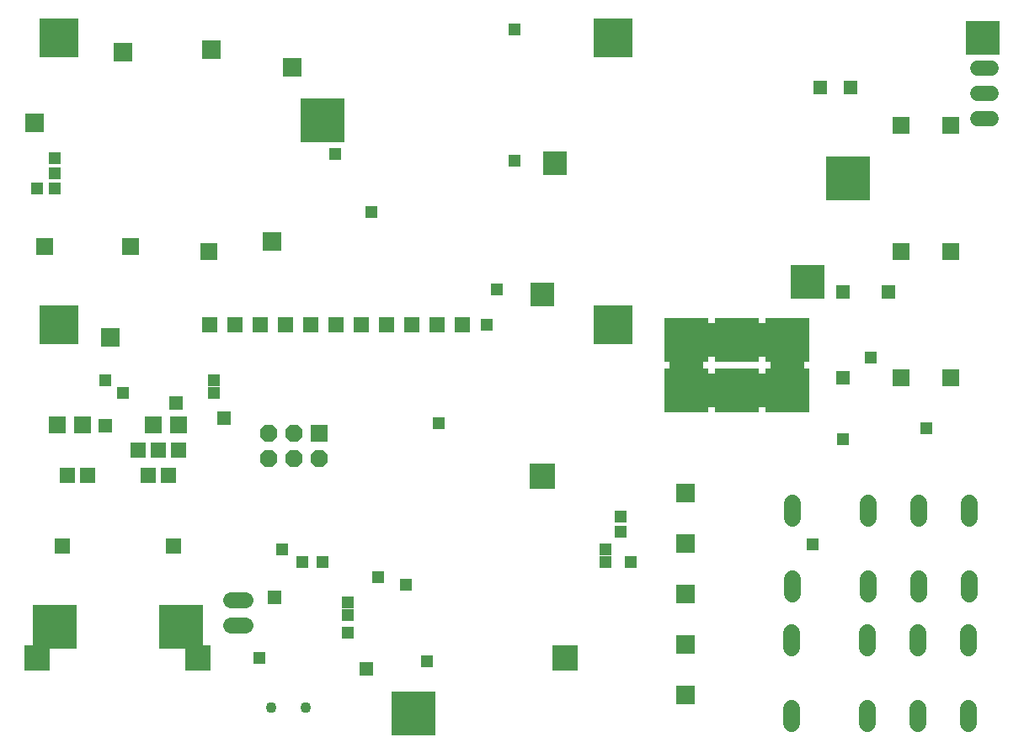
<source format=gbs>
G75*
G70*
%OFA0B0*%
%FSLAX24Y24*%
%IPPOS*%
%LPD*%
%AMOC8*
5,1,8,0,0,1.08239X$1,22.5*
%
%ADD10R,0.1740X0.1740*%
%ADD11R,0.1025X0.1025*%
%ADD12R,0.0634X0.0634*%
%ADD13R,0.0674X0.0674*%
%ADD14C,0.0600*%
%ADD15C,0.0434*%
%ADD16C,0.0680*%
%ADD17R,0.0680X0.0680*%
%ADD18OC8,0.0680*%
%ADD19R,0.0730X0.0730*%
%ADD20C,0.0640*%
%ADD21R,0.0476X0.0476*%
%ADD22R,0.0555X0.0555*%
%ADD23R,0.0671X0.0671*%
%ADD24R,0.1346X0.1346*%
%ADD25R,0.1582X0.1582*%
%ADD26R,0.0966X0.0966*%
D10*
X002510Y005834D03*
X007510Y005834D03*
X016714Y002402D03*
X027514Y015202D03*
X029514Y015202D03*
X031514Y015202D03*
X031514Y017202D03*
X029514Y017202D03*
X027514Y017202D03*
X033914Y023602D03*
X013114Y025902D03*
D11*
X001835Y004584D03*
X008185Y004584D03*
X021814Y011802D03*
X022714Y004602D03*
D12*
X007410Y012834D03*
X006610Y012834D03*
X005810Y012834D03*
X006210Y011834D03*
X007010Y011834D03*
X003810Y011834D03*
X003010Y011834D03*
X002810Y009034D03*
X007210Y009034D03*
X008644Y017796D03*
X009644Y017796D03*
X010644Y017796D03*
X011644Y017796D03*
X012644Y017796D03*
X013644Y017796D03*
X014644Y017796D03*
X015644Y017796D03*
X016644Y017796D03*
X017644Y017796D03*
X018644Y017796D03*
D13*
X007410Y013834D03*
X006410Y013834D03*
X003610Y013834D03*
X002610Y013834D03*
X036030Y015702D03*
X037998Y015702D03*
X037998Y020702D03*
X036030Y020702D03*
X036030Y025702D03*
X037998Y025702D03*
D14*
X039070Y025956D02*
X039590Y025956D01*
X039590Y026956D02*
X039070Y026956D01*
X039070Y027956D02*
X039590Y027956D01*
D15*
X012459Y002631D03*
X011081Y002631D03*
D16*
X031699Y002588D02*
X031699Y001988D01*
X034699Y001988D02*
X034699Y002588D01*
X036699Y002588D02*
X036699Y001988D01*
X038699Y001988D02*
X038699Y002588D01*
X038699Y004988D02*
X038699Y005588D01*
X038707Y007118D02*
X038707Y007718D01*
X036707Y007718D02*
X036707Y007118D01*
X036699Y005588D02*
X036699Y004988D01*
X034699Y004988D02*
X034699Y005588D01*
X034707Y007118D02*
X034707Y007718D01*
X034707Y010118D02*
X034707Y010718D01*
X036707Y010718D02*
X036707Y010118D01*
X038707Y010118D02*
X038707Y010718D01*
X031707Y010718D02*
X031707Y010118D01*
X031707Y007718D02*
X031707Y007118D01*
X031699Y005588D02*
X031699Y004988D01*
D17*
X012983Y013481D03*
D18*
X011983Y013481D03*
X011983Y012481D03*
X012983Y012481D03*
X010983Y012481D03*
X010983Y013481D03*
D19*
X004714Y017302D03*
X011114Y021102D03*
X011914Y028002D03*
X008714Y028702D03*
X005214Y028602D03*
X001714Y025802D03*
X027483Y011115D03*
X027483Y009115D03*
X027483Y007115D03*
X027483Y005115D03*
X027483Y003115D03*
D20*
X010042Y005876D02*
X009482Y005876D01*
X009482Y006876D02*
X010042Y006876D01*
D21*
X011514Y008902D03*
X012314Y008402D03*
X013114Y008402D03*
X014114Y006802D03*
X014114Y006302D03*
X014114Y005602D03*
X016414Y007502D03*
X015314Y007802D03*
X017264Y004452D03*
X010614Y004602D03*
X017714Y013902D03*
X019614Y017802D03*
X020014Y019202D03*
X015064Y022252D03*
X013614Y024552D03*
X020714Y024302D03*
X020714Y029502D03*
X034814Y016502D03*
X037014Y013702D03*
X033714Y013252D03*
X032514Y009102D03*
X025314Y008402D03*
X024314Y008402D03*
X024314Y008902D03*
X024914Y009602D03*
X024914Y010202D03*
X008814Y015102D03*
X008814Y015602D03*
X005214Y015102D03*
X004514Y015602D03*
X002514Y023202D03*
X002514Y023802D03*
X002514Y024402D03*
X001814Y023202D03*
D22*
X007314Y014702D03*
X009214Y014102D03*
X004514Y013802D03*
X011214Y007002D03*
X014864Y004152D03*
X033714Y015702D03*
X033714Y019102D03*
X035514Y019102D03*
X034014Y027202D03*
X032814Y027202D03*
D23*
X008614Y020702D03*
X005514Y020902D03*
X002114Y020902D03*
D24*
X027514Y016202D03*
X028514Y015202D03*
X030514Y015202D03*
X031514Y016202D03*
X030514Y017202D03*
X028514Y017202D03*
X032314Y019502D03*
X039264Y029152D03*
D25*
X024609Y029158D03*
X024609Y017800D03*
X002679Y017800D03*
X002679Y029158D03*
D26*
X021814Y019002D03*
X022314Y024202D03*
M02*

</source>
